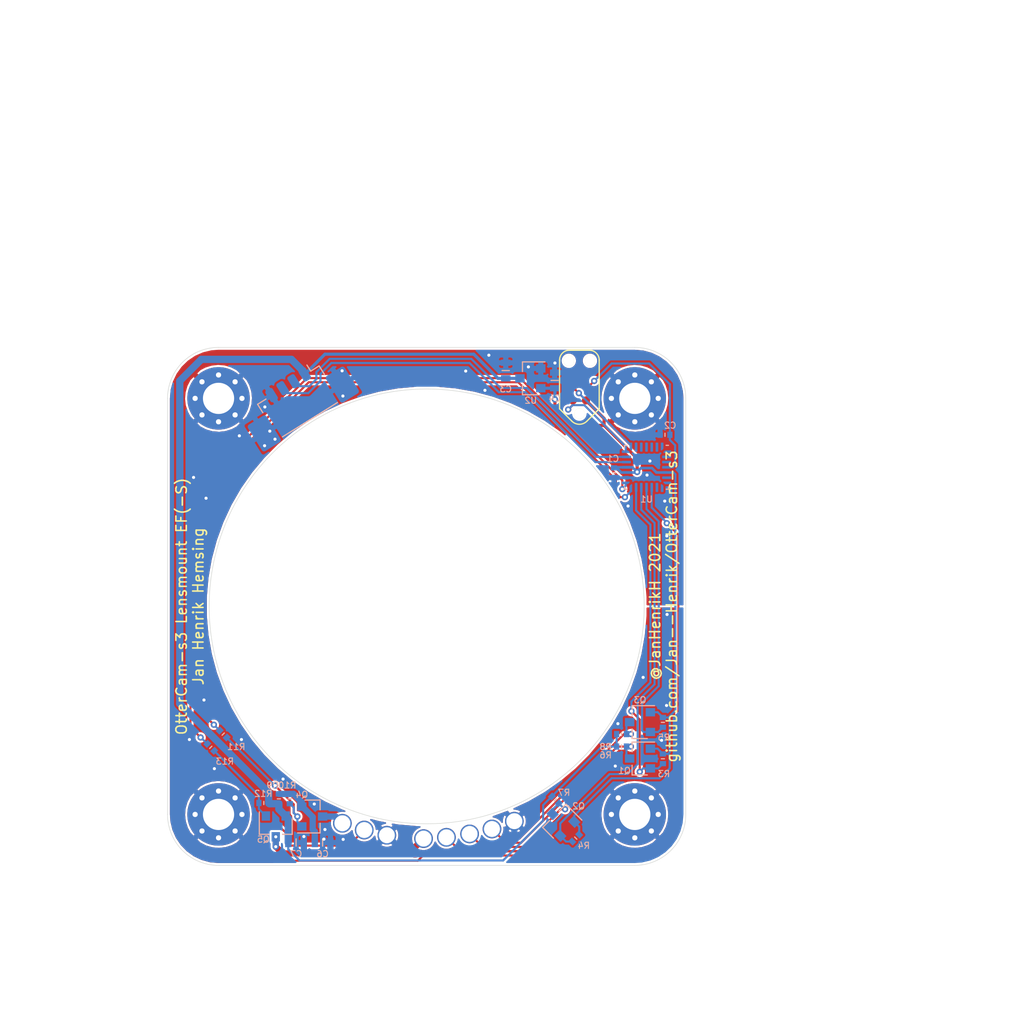
<source format=kicad_pcb>
(kicad_pcb (version 20171130) (host pcbnew 5.1.5+dfsg1-2build2)
  (layers (0 F.Cu signal) (31 B.Cu signal) (34 B.Paste user) (35 F.Paste user) (36 B.SilkS user) (37 F.SilkS user) (38 B.Mask user) (39 F.Mask user) (44 Edge.Cuts user))
  (net 0 "")
  (net 1 +BATT)
  (net 2 GND)
  (net 3 +3V3)
  (net 4 NRST)
  (net 5 VBUS)
  (net 6 DOUT_5V)
  (net 7 DIN_5V)
  (net 8 DCLK_5V)
  (net 9 "Net-(P1-Pad6)")
  (net 10 SWCLK)
  (net 11 SWDIO)
  (net 12 DIN_3V3)
  (net 13 DOUT_3V3)
  (net 14 DCLK_3V3)
  (net 15 "Net-(J1-Pad1)")
  (net 16 DETECT)
  (net 17 "Net-(J4-Pad1)")
  (net 18 "Net-(Q4-Pad1)")
  (net 19 "Net-(Q5-Pad1)")
  (net 20 EN_VBAT)
  (net 21 EN_VBUS)
  (net 22 "Net-(U1-Pad28)")
  (net 23 "Net-(U1-Pad27)")
  (net 24 "Net-(U1-Pad26)")
  (net 25 "Net-(U1-Pad25)")
  (net 26 "Net-(U1-Pad24)")
  (net 27 "Net-(U1-Pad23)")
  (net 28 "Net-(U1-Pad7)")
  (net 29 "Net-(U1-Pad6)")
  (net 30 "Net-(U1-Pad3)")
  (net 31 "Net-(U1-Pad2)")
  (net 32 "Net-(U1-Pad1)")
  (net 33 SCK)
  (net 34 SDA)
  (net 35 "Net-(U1-Pad9)")
  (net 36 "Net-(U1-Pad8)")
  (module Package_DFN_QFN:QFN-28_4x4mm_P0.5mm (layer B.Cu) (at 121.125 86.625 180)
    (fp_text reference U1 (at 0 -3.075) (layer B.SilkS) (effects (font (size 0.6 0.6) (thickness 0.1)) (justify mirror)))
    (fp_text value STM32F042G6Ux)
    (pad 28 smd custom (at -1.5 1.9975 180) (size 0.136863 0.136863) (layers B.Cu B.Paste B.Mask) (net 22 "Net-(U1-Pad28)") (options (clearance outline) (anchor circle)) (primitives (gr_poly (pts (xy -0.08 0.3325) (xy 0.08 0.3325) (xy 0.08 -0.3325) (xy 0.05364 -0.3325) (xy -0.08 -0.19886)) (width 0.09))))
    (pad 27 smd roundrect (at -1 1.9375 180) (size 0.25 0.875) (layers B.Cu B.Paste B.Mask) (net 23 "Net-(U1-Pad27)"))
    (pad 26 smd roundrect (at -0.5 1.9375 180) (size 0.25 0.875) (layers B.Cu B.Paste B.Mask) (net 24 "Net-(U1-Pad26)"))
    (pad 25 smd roundrect (at 0 1.9375 180) (size 0.25 0.875) (layers B.Cu B.Paste B.Mask) (net 25 "Net-(U1-Pad25)"))
    (pad 24 smd roundrect (at 0.5 1.9375 180) (size 0.25 0.875) (layers B.Cu B.Paste B.Mask) (net 26 "Net-(U1-Pad24)"))
    (pad 23 smd roundrect (at 1 1.9375 180) (size 0.25 0.875) (layers B.Cu B.Paste B.Mask) (net 27 "Net-(U1-Pad23)"))
    (pad 22 smd custom (at 1.5 1.9975 180) (size 0.136863 0.136863) (layers B.Cu B.Paste B.Mask) (net 10 SWCLK) (options (clearance outline) (anchor circle)) (primitives (gr_poly (pts (xy -0.08 0.3325) (xy 0.08 0.3325) (xy 0.08 -0.19886) (xy -0.05364 -0.3325) (xy -0.08 -0.3325)) (width 0.09))))
    (pad 21 smd custom (at 1.9975 1.5 180) (size 0.136863 0.136863) (layers B.Cu B.Paste B.Mask) (net 11 SWDIO) (options (clearance outline) (anchor circle)) (primitives (gr_poly (pts (xy -0.3325 -0.05364) (xy -0.19886 0.08) (xy 0.3325 0.08) (xy 0.3325 -0.08) (xy -0.3325 -0.08)) (width 0.09))))
    (pad 20 smd roundrect (at 1.9375 1 180) (size 0.875 0.25) (layers B.Cu B.Paste B.Mask) (net 34 SDA))
    (pad 19 smd roundrect (at 1.9375 0.5 180) (size 0.875 0.25) (layers B.Cu B.Paste B.Mask) (net 33 SCK))
    (pad 18 smd roundrect (at 1.9375 0 180) (size 0.875 0.25) (layers B.Cu B.Paste B.Mask) (net 3 +3V3))
    (pad 17 smd roundrect (at 1.9375 -0.5 180) (size 0.875 0.25) (layers B.Cu B.Paste B.Mask) (net 3 +3V3))
    (pad 16 smd roundrect (at 1.9375 -1 180) (size 0.875 0.25) (layers B.Cu B.Paste B.Mask) (net 2 GND))
    (pad 15 smd custom (at 1.9975 -1.5 180) (size 0.136863 0.136863) (layers B.Cu B.Paste B.Mask) (net 21 EN_VBUS) (options (clearance outline) (anchor circle)) (primitives (gr_poly (pts (xy -0.3325 0.08) (xy 0.3325 0.08) (xy 0.3325 -0.08) (xy -0.19886 -0.08) (xy -0.3325 0.05364)) (width 0.09))))
    (pad 14 smd custom (at 1.5 -1.9975 180) (size 0.136863 0.136863) (layers B.Cu B.Paste B.Mask) (net 20 EN_VBAT) (options (clearance outline) (anchor circle)) (primitives (gr_poly (pts (xy -0.08 0.3325) (xy -0.05364 0.3325) (xy 0.08 0.19886) (xy 0.08 -0.3325) (xy -0.08 -0.3325)) (width 0.09))))
    (pad 13 smd roundrect (at 1 -1.9375 180) (size 0.25 0.875) (layers B.Cu B.Paste B.Mask) (net 12 DIN_3V3))
    (pad 12 smd roundrect (at 0.5 -1.9375 180) (size 0.25 0.875) (layers B.Cu B.Paste B.Mask) (net 13 DOUT_3V3))
    (pad 11 smd roundrect (at 0 -1.9375 180) (size 0.25 0.875) (layers B.Cu B.Paste B.Mask) (net 14 DCLK_3V3))
    (pad 10 smd roundrect (at -0.5 -1.9375 180) (size 0.25 0.875) (layers B.Cu B.Paste B.Mask) (net 16 DETECT))
    (pad 9 smd roundrect (at -1 -1.9375 180) (size 0.25 0.875) (layers B.Cu B.Paste B.Mask) (net 35 "Net-(U1-Pad9)"))
    (pad 8 smd custom (at -1.5 -1.9975 180) (size 0.136863 0.136863) (layers B.Cu B.Paste B.Mask) (net 36 "Net-(U1-Pad8)") (options (clearance outline) (anchor circle)) (primitives (gr_poly (pts (xy -0.08 0.19886) (xy 0.05364 0.3325) (xy 0.08 0.3325) (xy 0.08 -0.3325) (xy -0.08 -0.3325)) (width 0.09))))
    (pad 7 smd custom (at -1.9975 -1.5 180) (size 0.136863 0.136863) (layers B.Cu B.Paste B.Mask) (net 28 "Net-(U1-Pad7)") (options (clearance outline) (anchor circle)) (primitives (gr_poly (pts (xy -0.3325 0.08) (xy 0.3325 0.08) (xy 0.3325 0.05364) (xy 0.19886 -0.08) (xy -0.3325 -0.08)) (width 0.09))))
    (pad 6 smd roundrect (at -1.9375 -1 180) (size 0.875 0.25) (layers B.Cu B.Paste B.Mask) (net 29 "Net-(U1-Pad6)"))
    (pad 5 smd roundrect (at -1.9375 -0.5 180) (size 0.875 0.25) (layers B.Cu B.Paste B.Mask) (net 3 +3V3))
    (pad 4 smd roundrect (at -1.9375 0 180) (size 0.875 0.25) (layers B.Cu B.Paste B.Mask) (net 4 NRST))
    (pad 3 smd roundrect (at -1.9375 0.5 180) (size 0.875 0.25) (layers B.Cu B.Paste B.Mask) (net 30 "Net-(U1-Pad3)"))
    (pad 2 smd roundrect (at -1.9375 1 180) (size 0.875 0.25) (layers B.Cu B.Paste B.Mask) (net 31 "Net-(U1-Pad2)"))
    (pad 1 smd custom (at -1.9975 1.5 180) (size 0.136863 0.136863) (layers B.Cu B.Paste B.Mask) (net 32 "Net-(U1-Pad1)") (options (clearance outline) (anchor circle)) (primitives (gr_poly (pts (xy -0.3325 0.08) (xy 0.19886 0.08) (xy 0.3325 -0.05364) (xy 0.3325 -0.08) (xy -0.3325 -0.08)) (width 0.09))))
  )
  (module MountingHole:MountingHole_3mm_Pad_Via (layer F.Cu) (at 120 120)
    (fp_text reference H4 hide)
    (fp_text value M3)
    (pad 1 thru_hole circle (at 1.59099 -1.59099) (size 0.8 0.8) (drill 0.5) (layers *.Cu *.Mask) (net 2 GND))
    (pad 1 thru_hole circle (at 0 -2.25) (size 0.8 0.8) (drill 0.5) (layers *.Cu *.Mask) (net 2 GND))
    (pad 1 thru_hole circle (at -1.59099 -1.59099) (size 0.8 0.8) (drill 0.5) (layers *.Cu *.Mask) (net 2 GND))
    (pad 1 thru_hole circle (at -2.25 0) (size 0.8 0.8) (drill 0.5) (layers *.Cu *.Mask) (net 2 GND))
    (pad 1 thru_hole circle (at -1.59099 1.59099) (size 0.8 0.8) (drill 0.5) (layers *.Cu *.Mask) (net 2 GND))
    (pad 1 thru_hole circle (at 0 2.25) (size 0.8 0.8) (drill 0.5) (layers *.Cu *.Mask) (net 2 GND))
    (pad 1 thru_hole circle (at 1.59099 1.59099) (size 0.8 0.8) (drill 0.5) (layers *.Cu *.Mask) (net 2 GND))
    (pad 1 thru_hole circle (at 2.25 0) (size 0.8 0.8) (drill 0.5) (layers *.Cu *.Mask) (net 2 GND))
    (pad 1 thru_hole circle (at 0 0) (size 6 6) (drill 3) (layers *.Cu *.Mask) (net 2 GND))
  )
  (module MountingHole:MountingHole_3mm_Pad_Via (layer F.Cu) (at 120 80)
    (fp_text reference H3 hide)
    (fp_text value M3)
    (pad 1 thru_hole circle (at 1.59099 -1.59099) (size 0.8 0.8) (drill 0.5) (layers *.Cu *.Mask) (net 2 GND))
    (pad 1 thru_hole circle (at 0 -2.25) (size 0.8 0.8) (drill 0.5) (layers *.Cu *.Mask) (net 2 GND))
    (pad 1 thru_hole circle (at -1.59099 -1.59099) (size 0.8 0.8) (drill 0.5) (layers *.Cu *.Mask) (net 2 GND))
    (pad 1 thru_hole circle (at -2.25 0) (size 0.8 0.8) (drill 0.5) (layers *.Cu *.Mask) (net 2 GND))
    (pad 1 thru_hole circle (at -1.59099 1.59099) (size 0.8 0.8) (drill 0.5) (layers *.Cu *.Mask) (net 2 GND))
    (pad 1 thru_hole circle (at 0 2.25) (size 0.8 0.8) (drill 0.5) (layers *.Cu *.Mask) (net 2 GND))
    (pad 1 thru_hole circle (at 1.59099 1.59099) (size 0.8 0.8) (drill 0.5) (layers *.Cu *.Mask) (net 2 GND))
    (pad 1 thru_hole circle (at 2.25 0) (size 0.8 0.8) (drill 0.5) (layers *.Cu *.Mask) (net 2 GND))
    (pad 1 thru_hole circle (at 0 0) (size 6 6) (drill 3) (layers *.Cu *.Mask) (net 2 GND))
  )
  (module MountingHole:MountingHole_3mm_Pad_Via (layer F.Cu) (at 80 120)
    (fp_text reference H2 hide)
    (fp_text value M3)
    (pad 1 thru_hole circle (at 1.59099 -1.59099) (size 0.8 0.8) (drill 0.5) (layers *.Cu *.Mask) (net 2 GND))
    (pad 1 thru_hole circle (at 0 -2.25) (size 0.8 0.8) (drill 0.5) (layers *.Cu *.Mask) (net 2 GND))
    (pad 1 thru_hole circle (at -1.59099 -1.59099) (size 0.8 0.8) (drill 0.5) (layers *.Cu *.Mask) (net 2 GND))
    (pad 1 thru_hole circle (at -2.25 0) (size 0.8 0.8) (drill 0.5) (layers *.Cu *.Mask) (net 2 GND))
    (pad 1 thru_hole circle (at -1.59099 1.59099) (size 0.8 0.8) (drill 0.5) (layers *.Cu *.Mask) (net 2 GND))
    (pad 1 thru_hole circle (at 0 2.25) (size 0.8 0.8) (drill 0.5) (layers *.Cu *.Mask) (net 2 GND))
    (pad 1 thru_hole circle (at 1.59099 1.59099) (size 0.8 0.8) (drill 0.5) (layers *.Cu *.Mask) (net 2 GND))
    (pad 1 thru_hole circle (at 2.25 0) (size 0.8 0.8) (drill 0.5) (layers *.Cu *.Mask) (net 2 GND))
    (pad 1 thru_hole circle (at 0 0) (size 6 6) (drill 3) (layers *.Cu *.Mask) (net 2 GND))
  )
  (module MountingHole:MountingHole_3mm_Pad_Via (layer F.Cu) (at 80 80)
    (fp_text reference H1 hide)
    (fp_text value M3)
    (pad 1 thru_hole circle (at 1.59099 -1.59099) (size 0.8 0.8) (drill 0.5) (layers *.Cu *.Mask) (net 2 GND))
    (pad 1 thru_hole circle (at 0 -2.25) (size 0.8 0.8) (drill 0.5) (layers *.Cu *.Mask) (net 2 GND))
    (pad 1 thru_hole circle (at -1.59099 -1.59099) (size 0.8 0.8) (drill 0.5) (layers *.Cu *.Mask) (net 2 GND))
    (pad 1 thru_hole circle (at -2.25 0) (size 0.8 0.8) (drill 0.5) (layers *.Cu *.Mask) (net 2 GND))
    (pad 1 thru_hole circle (at -1.59099 1.59099) (size 0.8 0.8) (drill 0.5) (layers *.Cu *.Mask) (net 2 GND))
    (pad 1 thru_hole circle (at 0 2.25) (size 0.8 0.8) (drill 0.5) (layers *.Cu *.Mask) (net 2 GND))
    (pad 1 thru_hole circle (at 1.59099 1.59099) (size 0.8 0.8) (drill 0.5) (layers *.Cu *.Mask) (net 2 GND))
    (pad 1 thru_hole circle (at 2.25 0) (size 0.8 0.8) (drill 0.5) (layers *.Cu *.Mask) (net 2 GND))
    (pad 1 thru_hole circle (at 0 0) (size 6 6) (drill 3) (layers *.Cu *.Mask) (net 2 GND))
  )
  (module Connector_Molex:Molex_PicoBlade_53398-0471_1x04-1MP_P1.25mm_Vertical (layer B.Cu) (at 87.35 79.75 212)
    (fp_text reference J10 hide)
    (fp_text value "Picoblade DNP")
    (pad MP smd roundrect (at 4.425 -1.5 212) (size 2.1 3) (layers B.Cu B.Paste B.Mask) (roundrect_rratio 0.119048) (net 2 GND))
    (pad MP smd roundrect (at -4.425 -1.5 212) (size 2.1 3) (layers B.Cu B.Paste B.Mask) (roundrect_rratio 0.119048) (net 2 GND))
    (pad 4 smd roundrect (at 1.875 1.25 212) (size 0.8 1.3) (layers B.Cu B.Paste B.Mask) (net 2 GND))
    (pad 3 smd roundrect (at 0.625 1.25 212) (size 0.8 1.3) (layers B.Cu B.Paste B.Mask) (net 33 SCK))
    (pad 2 smd roundrect (at -0.625 1.25 212) (size 0.8 1.3) (layers B.Cu B.Paste B.Mask) (net 34 SDA))
    (pad 1 smd roundrect (at -1.875 1.25 212) (size 0.8 1.3) (layers B.Cu B.Paste B.Mask) (net 5 VBUS))
  )
  (module otter:R_0402 (layer B.Cu) (at 79.25 113.55 135)
    (fp_text reference R13 (at -1.909188 0 180) (layer B.SilkS) (effects (font (size 0.6 0.6) (thickness 0.1)) (justify mirror)))
    (fp_text value 5k1 hide)
    (pad 2 smd rect (at 0.47 0 135) (size 0.5 0.6) (layers B.Cu B.Paste B.Mask) (net 21 EN_VBUS))
    (pad 1 smd rect (at -0.47 0 135) (size 0.5 0.6) (layers B.Cu B.Paste B.Mask) (net 19 "Net-(Q5-Pad1)"))
  )
  (module otter:R_0402 (layer B.Cu) (at 84.35 118.9 180)
    (fp_text reference R12 (at 0.05 0.9) (layer B.SilkS) (effects (font (size 0.6 0.6) (thickness 0.1)) (justify mirror)))
    (fp_text value 100k hide)
    (pad 2 smd rect (at 0.47 0 180) (size 0.5 0.6) (layers B.Cu B.Paste B.Mask) (net 19 "Net-(Q5-Pad1)"))
    (pad 1 smd rect (at -0.47 0 180) (size 0.5 0.6) (layers B.Cu B.Paste B.Mask) (net 5 VBUS))
  )
  (module otter:R_0402 (layer B.Cu) (at 80.45 112.275 135)
    (fp_text reference R11 (at -1.750089 0.017678) (layer B.SilkS) (effects (font (size 0.6 0.6) (thickness 0.1)) (justify mirror)))
    (fp_text value 5k1 hide)
    (pad 2 smd rect (at 0.47 0 135) (size 0.5 0.6) (layers B.Cu B.Paste B.Mask) (net 20 EN_VBAT))
    (pad 1 smd rect (at -0.47 0 135) (size 0.5 0.6) (layers B.Cu B.Paste B.Mask) (net 18 "Net-(Q4-Pad1)"))
  )
  (module otter:R_0402 (layer B.Cu) (at 86.85 118.5 270)
    (fp_text reference R10 (at -1.3 0.25 180) (layer B.SilkS) (effects (font (size 0.6 0.6) (thickness 0.1)) (justify mirror)))
    (fp_text value 100k hide)
    (pad 2 smd rect (at 0.47 0 270) (size 0.5 0.6) (layers B.Cu B.Paste B.Mask) (net 18 "Net-(Q4-Pad1)"))
    (pad 1 smd rect (at -0.47 0 270) (size 0.5 0.6) (layers B.Cu B.Paste B.Mask) (net 1 +BATT))
  )
  (module Package_TO_SOT_SMD:SOT-23 (layer B.Cu) (at 85.5 121.15 270)
    (fp_text reference Q5 (at 1.25 1.2 180) (layer B.SilkS) (effects (font (size 0.6 0.6) (thickness 0.1)) (justify mirror)))
    (fp_text value AO3401A)
    (pad 3 smd rect (at 1 0 270) (size 0.9 0.8) (layers B.Cu B.Paste B.Mask) (net 17 "Net-(J4-Pad1)"))
    (pad 2 smd rect (at -1 -0.95 270) (size 0.9 0.8) (layers B.Cu B.Paste B.Mask) (net 5 VBUS))
    (pad 1 smd rect (at -1 0.95 270) (size 0.9 0.8) (layers B.Cu B.Paste B.Mask) (net 19 "Net-(Q5-Pad1)"))
  )
  (module Package_TO_SOT_SMD:SOT-23 (layer B.Cu) (at 89 120.2)
    (fp_text reference Q4 (at -1 -2.1) (layer B.SilkS) (effects (font (size 0.6 0.6) (thickness 0.1)) (justify mirror)))
    (fp_text value AO3401A)
    (pad 3 smd rect (at 1 0) (size 0.9 0.8) (layers B.Cu B.Paste B.Mask) (net 15 "Net-(J1-Pad1)"))
    (pad 2 smd rect (at -1 -0.95) (size 0.9 0.8) (layers B.Cu B.Paste B.Mask) (net 1 +BATT))
    (pad 1 smd rect (at -1 0.95) (size 0.9 0.8) (layers B.Cu B.Paste B.Mask) (net 18 "Net-(Q4-Pad1)"))
  )
  (module Package_TO_SOT_SMD:SOT-23 (layer B.Cu) (at 109.965901 78.071967 180)
    (fp_text reference U2 (at -0.034099 -2.128033 180) (layer B.SilkS) (effects (font (size 0.6 0.6) (thickness 0.1)) (justify mirror)))
    (fp_text value XC6206PxxxMR)
    (pad 3 smd rect (at 1 0 180) (size 0.9 0.8) (layers B.Cu B.Paste B.Mask) (net 5 VBUS))
    (pad 2 smd rect (at -1 -0.95 180) (size 0.9 0.8) (layers B.Cu B.Paste B.Mask) (net 3 +3V3))
    (pad 1 smd rect (at -1 0.95 180) (size 0.9 0.8) (layers B.Cu B.Paste B.Mask) (net 2 GND))
  )
  (module otter:R_0402 (layer B.Cu) (at 85.8 118.5 270)
    (fp_text reference R9 (at -1.3 0.6) (layer B.SilkS) (effects (font (size 0.6 0.6) (thickness 0.1)) (justify mirror)))
    (fp_text value 0 hide)
    (pad 2 smd rect (at 0.47 0 270) (size 0.5 0.6) (layers B.Cu B.Paste B.Mask) (net 5 VBUS))
    (pad 1 smd rect (at -0.47 0 270) (size 0.5 0.6) (layers B.Cu B.Paste B.Mask) (net 1 +BATT))
  )
  (module otter:R_0402 (layer B.Cu) (at 118.725 112.275)
    (fp_text reference R8 (at -1.525 1.225 180) (layer B.SilkS) (effects (font (size 0.6 0.6) (thickness 0.1)) (justify mirror)))
    (fp_text value 5k1 hide)
    (pad 2 smd rect (at 0.47 0) (size 0.5 0.6) (layers B.Cu B.Paste B.Mask) (net 8 DCLK_5V))
    (pad 1 smd rect (at -0.47 0) (size 0.5 0.6) (layers B.Cu B.Paste B.Mask) (net 5 VBUS))
  )
  (module otter:R_0402 (layer B.Cu) (at 112.360355 118.602944 315)
    (fp_text reference R7 (at 0.096662 -1.090775 180) (layer B.SilkS) (effects (font (size 0.6 0.6) (thickness 0.1)) (justify mirror)))
    (fp_text value 5k1 hide)
    (pad 2 smd rect (at 0.47 0 315) (size 0.5 0.6) (layers B.Cu B.Paste B.Mask) (net 6 DOUT_5V))
    (pad 1 smd rect (at -0.47 0 315) (size 0.5 0.6) (layers B.Cu B.Paste B.Mask) (net 5 VBUS))
  )
  (module otter:R_0402 (layer B.Cu) (at 118.725 113.475)
    (fp_text reference R6 (at -1.525 0.825 180) (layer B.SilkS) (effects (font (size 0.6 0.6) (thickness 0.1)) (justify mirror)))
    (fp_text value 5k1 hide)
    (pad 2 smd rect (at 0.47 0) (size 0.5 0.6) (layers B.Cu B.Paste B.Mask) (net 7 DIN_5V))
    (pad 1 smd rect (at -0.47 0) (size 0.5 0.6) (layers B.Cu B.Paste B.Mask) (net 5 VBUS))
  )
  (module otter:R_0402 (layer B.Cu) (at 122.7 111.15 270)
    (fp_text reference R5 (at 1.45 -0.1 180) (layer B.SilkS) (effects (font (size 0.6 0.6) (thickness 0.1)) (justify mirror)))
    (fp_text value 5k1 hide)
    (pad 2 smd rect (at 0.47 0 270) (size 0.5 0.6) (layers B.Cu B.Paste B.Mask) (net 14 DCLK_3V3))
    (pad 1 smd rect (at -0.47 0 270) (size 0.5 0.6) (layers B.Cu B.Paste B.Mask) (net 3 +3V3))
  )
  (module otter:R_0402 (layer B.Cu) (at 114.325 122.275 225)
    (fp_text reference R4 (at -0.035355 -1.06066 180) (layer B.SilkS) (effects (font (size 0.6 0.6) (thickness 0.1)) (justify mirror)))
    (fp_text value 5k1 hide)
    (pad 2 smd rect (at 0.47 0 225) (size 0.5 0.6) (layers B.Cu B.Paste B.Mask) (net 13 DOUT_3V3))
    (pad 1 smd rect (at -0.47 0 225) (size 0.5 0.6) (layers B.Cu B.Paste B.Mask) (net 3 +3V3))
  )
  (module otter:R_0402 (layer B.Cu) (at 122.7 114.65 270)
    (fp_text reference R3 (at 1.45 -0.1 180) (layer B.SilkS) (effects (font (size 0.6 0.6) (thickness 0.1)) (justify mirror)))
    (fp_text value 5k1 hide)
    (pad 2 smd rect (at 0.47 0 270) (size 0.5 0.6) (layers B.Cu B.Paste B.Mask) (net 12 DIN_3V3))
    (pad 1 smd rect (at -0.47 0 270) (size 0.5 0.6) (layers B.Cu B.Paste B.Mask) (net 3 +3V3))
  )
  (module Package_TO_SOT_SMD:SOT-23 (layer B.Cu) (at 120.5 111.125 180)
    (fp_text reference Q3 (at 0 2.125 180) (layer B.SilkS) (effects (font (size 0.6 0.6) (thickness 0.1)) (justify mirror)))
    (fp_text value 2N7002)
    (pad 3 smd rect (at 1 0 180) (size 0.9 0.8) (layers B.Cu B.Paste B.Mask) (net 8 DCLK_5V))
    (pad 2 smd rect (at -1 -0.95 180) (size 0.9 0.8) (layers B.Cu B.Paste B.Mask) (net 14 DCLK_3V3))
    (pad 1 smd rect (at -1 0.95 180) (size 0.9 0.8) (layers B.Cu B.Paste B.Mask) (net 3 +3V3))
  )
  (module Package_TO_SOT_SMD:SOT-23 (layer B.Cu) (at 112.802297 120.671231 135)
    (fp_text reference Q2 (at -0.230851 2.311485 180) (layer B.SilkS) (effects (font (size 0.6 0.6) (thickness 0.1)) (justify mirror)))
    (fp_text value 2N7002)
    (pad 3 smd rect (at 1 0 135) (size 0.9 0.8) (layers B.Cu B.Paste B.Mask) (net 6 DOUT_5V))
    (pad 2 smd rect (at -1 -0.95 135) (size 0.9 0.8) (layers B.Cu B.Paste B.Mask) (net 13 DOUT_3V3))
    (pad 1 smd rect (at -1 0.95 135) (size 0.9 0.8) (layers B.Cu B.Paste B.Mask) (net 3 +3V3))
  )
  (module Package_TO_SOT_SMD:SOT-23 (layer B.Cu) (at 120.5 114.625 180)
    (fp_text reference Q1 (at 1.5 -1.175 180) (layer B.SilkS) (effects (font (size 0.6 0.6) (thickness 0.1)) (justify mirror)))
    (fp_text value 2N7002)
    (pad 3 smd rect (at 1 0 180) (size 0.9 0.8) (layers B.Cu B.Paste B.Mask) (net 7 DIN_5V))
    (pad 2 smd rect (at -1 -0.95 180) (size 0.9 0.8) (layers B.Cu B.Paste B.Mask) (net 12 DIN_3V3))
    (pad 1 smd rect (at -1 0.95 180) (size 0.9 0.8) (layers B.Cu B.Paste B.Mask) (net 3 +3V3))
  )
  (module otter:TC2030 (layer F.Cu) (at 114.675 78.925 90)
    (fp_text reference P1 hide)
    (fp_text value TC2030-CTX-Tag-Connect hide)
    (pad "" np_thru_hole circle (at 2.54 1.016 90) (size 0.98552 0.98552) (drill 0.98552) (layers *.Cu *.Mask F.SilkS))
    (pad "" np_thru_hole circle (at 2.54 -1.016 90) (size 0.98552 0.98552) (drill 0.98552) (layers *.Cu *.Mask F.SilkS))
    (pad "" np_thru_hole circle (at -2.54 0 90) (size 0.98806 0.98806) (drill 0.98806) (layers *.Cu *.Mask F.SilkS))
    (pad 6 connect circle (at 1.27 -0.635 90) (size 0.78486 0.78486) (layers F.Cu F.Mask) (net 9 "Net-(P1-Pad6)"))
    (pad 5 connect circle (at 1.27 0.635 90) (size 0.78486 0.78486) (layers F.Cu F.Mask) (net 2 GND))
    (pad 4 connect circle (at 0 -0.635 90) (size 0.78486 0.78486) (layers F.Cu F.Mask) (net 10 SWCLK))
    (pad 3 connect circle (at 0 0.635 90) (size 0.78486 0.78486) (layers F.Cu F.Mask) (net 4 NRST))
    (pad 2 connect circle (at -1.27 -0.635 90) (size 0.78486 0.78486) (layers F.Cu F.Mask) (net 11 SWDIO))
    (pad 1 connect circle (at -1.27 0.635 90) (size 0.78486 0.78486) (layers F.Cu F.Mask) (net 3 +3V3))
  )
  (module otter:C_0603 (layer B.Cu) (at 87.45 122.7)
    (fp_text reference C7 (at 0 1.1) (layer B.SilkS) (effects (font (size 0.6 0.6) (thickness 0.1)) (justify mirror)))
    (fp_text value 1u hide)
    (pad 2 smd rect (at 0.75 0) (size 0.6 0.9) (layers B.Cu B.Paste B.Mask) (net 2 GND))
    (pad 1 smd rect (at -0.75 0) (size 0.6 0.9) (layers B.Cu B.Paste B.Mask) (net 5 VBUS))
  )
  (module otter:C_0603 (layer B.Cu) (at 90 122.7)
    (fp_text reference C6 (at 0 1.1) (layer B.SilkS) (effects (font (size 0.6 0.6) (thickness 0.1)) (justify mirror)))
    (fp_text value 1u hide)
    (pad 2 smd rect (at 0.75 0) (size 0.6 0.9) (layers B.Cu B.Paste B.Mask) (net 2 GND))
    (pad 1 smd rect (at -0.75 0) (size 0.6 0.9) (layers B.Cu B.Paste B.Mask) (net 1 +BATT))
  )
  (module otter:C_0603 (layer B.Cu) (at 112.299353 78.275 90)
    (fp_text reference C4 (at -1.725 0.000647) (layer B.SilkS) (effects (font (size 0.6 0.6) (thickness 0.1)) (justify mirror)))
    (fp_text value 1u hide)
    (pad 2 smd rect (at 0.75 0 90) (size 0.6 0.9) (layers B.Cu B.Paste B.Mask) (net 2 GND))
    (pad 1 smd rect (at -0.75 0 90) (size 0.6 0.9) (layers B.Cu B.Paste B.Mask) (net 3 +3V3))
  )
  (module otter:C_0603 (layer B.Cu) (at 107.6 77.325 90)
    (fp_text reference C3 (at -1.775 0) (layer B.SilkS) (effects (font (size 0.6 0.6) (thickness 0.1)) (justify mirror)))
    (fp_text value 1u hide)
    (pad 2 smd rect (at 0.75 0 90) (size 0.6 0.9) (layers B.Cu B.Paste B.Mask) (net 2 GND))
    (pad 1 smd rect (at -0.75 0 90) (size 0.6 0.9) (layers B.Cu B.Paste B.Mask) (net 5 VBUS))
  )
  (module otter:C_0402 (layer B.Cu) (at 122.9 83.5 180)
    (fp_text reference C2 (at -0.5 0.9 180) (layer B.SilkS) (effects (font (size 0.6 0.6) (thickness 0.1)) (justify mirror)))
    (fp_text value 100n hide)
    (pad 2 smd rect (at 0.47 0 180) (size 0.5 0.6) (layers B.Cu B.Paste B.Mask) (net 2 GND))
    (pad 1 smd rect (at -0.47 0 180) (size 0.5 0.6) (layers B.Cu B.Paste B.Mask) (net 4 NRST))
  )
  (module otter:C_0402 (layer B.Cu) (at 118 87.15 270)
    (fp_text reference C1 (at -1.35 0.1 180) (layer B.SilkS) (effects (font (size 0.6 0.6) (thickness 0.1)) (justify mirror)))
    (fp_text value 100n hide)
    (pad 2 smd rect (at 0.47 0 270) (size 0.5 0.6) (layers B.Cu B.Paste B.Mask) (net 2 GND))
    (pad 1 smd rect (at -0.47 0 270) (size 0.5 0.6) (layers B.Cu B.Paste B.Mask) (net 3 +3V3))
  )
  (module otter:PH-MVF-5365 (layer F.Cu) (at 101.9 122.2)
    (fp_text reference J5 hide)
    (fp_text value DOUT hide)
    (pad 1 thru_hole circle (at 0 0) (size 1.8 1.8) (drill 1.53) (layers *.Cu *.Mask) (net 6 DOUT_5V))
  )
  (module otter:PH-MVF-5365 (layer F.Cu) (at 104.125 121.875)
    (fp_text reference J6 hide)
    (fp_text value DIN hide)
    (pad 1 thru_hole circle (at 0 0) (size 1.8 1.8) (drill 1.53) (layers *.Cu *.Mask) (net 7 DIN_5V))
  )
  (module otter:PH-MVF-5365 (layer F.Cu) (at 99.7 122.325)
    (fp_text reference J4 hide)
    (fp_text value VDD hide)
    (pad 1 thru_hole circle (at 0 0) (size 1.8 1.8) (drill 1.53) (layers *.Cu *.Mask) (net 17 "Net-(J4-Pad1)"))
  )
  (module otter:PH-MVF-5365 (layer F.Cu) (at 106.275 121.4)
    (fp_text reference J7 hide)
    (fp_text value DCLK hide)
    (pad 1 thru_hole circle (at 0 0) (size 1.8 1.8) (drill 1.53) (layers *.Cu *.Mask) (net 8 DCLK_5V))
  )
  (module otter:PH-MVF-5365 (layer F.Cu) (at 96.175 122)
    (fp_text reference J3 hide)
    (fp_text value AGND hide)
    (pad 1 thru_hole circle (at 0 0) (size 1.8 1.8) (drill 1.53) (layers *.Cu *.Mask) (net 2 GND))
  )
  (module otter:PH-MVF-5365 (layer F.Cu) (at 108.425 120.65)
    (fp_text reference J8 hide)
    (fp_text value DGND hide)
    (pad 1 thru_hole circle (at 0 0) (size 1.8 1.8) (drill 1.53) (layers *.Cu *.Mask) (net 2 GND))
  )
  (module otter:PH-MVF-5365 (layer F.Cu) (at 94 121.5)
    (fp_text reference J2 hide)
    (fp_text value DETECT hide)
    (pad 1 thru_hole circle (at 0 0) (size 1.8 1.8) (drill 1.53) (layers *.Cu *.Mask) (net 16 DETECT))
  )
  (module otter:PH-MVF-5365 (layer F.Cu) (at 91.9 120.85)
    (fp_text reference J1 hide)
    (fp_text value VBAT hide)
    (pad 1 thru_hole circle (at 0 0) (size 1.8 1.8) (drill 1.53) (layers *.Cu *.Mask) (net 15 "Net-(J1-Pad1)"))
  )
  (module otter:canon_lens (layer F.Cu) (at 100 100)
    (fp_text reference G*** hide)
    (fp_text value LOGO hide)
  )
  (gr_text "@JanHenrikH 2021\ngithub.com/Jan--Henrik/OtterCam-s3" (at 122.75 100 90) (layer F.SilkS) (effects (font (size 1 1))))
  (gr_text "OtterCam-s3 Lensmount EF(-S)\nJan Henrik Hemsing\n" (at 77.25 100 90) (layer F.SilkS) (effects (font (size 1 1))))
  (gr_arc (start 80.000001 120) (end 75.1 120) (angle -90) (layer Edge.Cuts) (width 0.05))
  (gr_arc (start 120 120) (end 120 124.9) (angle -90) (layer Edge.Cuts) (width 0.05))
  (gr_line (start 120 124.9) (end 80 124.9) (layer Edge.Cuts) (width 0.05))
  (gr_line (start 124.9 80) (end 124.9 120) (layer Edge.Cuts) (width 0.05))
  (gr_line (start 75.1 80) (end 75.1 120) (layer Edge.Cuts) (width 0.05))
  (gr_arc (start 80 80) (end 80 75.1) (angle -90) (layer Edge.Cuts) (width 0.05))
  (gr_arc (start 120 80) (end 124.9 80) (angle -90) (layer Edge.Cuts) (width 0.05))
  (gr_line (start 80 75.1) (end 120 75.1) (layer Edge.Cuts) (width 0.05))
  (gr_circle (center 100 100) (end 120.9 100) (layer Edge.Cuts) (width 0.05))
  (segment (start 85.8 118.03) (end 86.85 118.03) (width 0.6) (layer B.Cu) (net 1))
  (segment (start 88 118.825) (end 88 119.25) (width 0.6) (layer B.Cu) (net 1))
  (segment (start 87.205 118.03) (end 88 118.825) (width 0.6) (layer B.Cu) (net 1))
  (segment (start 86.85 118.03) (end 87.205 118.03) (width 0.6) (layer B.Cu) (net 1))
  (segment (start 88.05 119.25) (end 88 119.25) (width 0.6) (layer B.Cu) (net 1))
  (segment (start 89.05 120.25) (end 88.05 119.25) (width 0.6) (layer B.Cu) (net 1))
  (segment (start 89.049999 121.449999) (end 89.05 120.25) (width 0.6) (layer B.Cu) (net 1))
  (segment (start 89.25 121.65) (end 89.049999 121.449999) (width 0.6) (layer B.Cu) (net 1))
  (segment (start 89.25 122.7) (end 89.25 121.65) (width 0.6) (layer B.Cu) (net 1))
  (via (at 91.875 77.35) (size 0.6) (drill 0.3) (layers F.Cu B.Cu) (net 2))
  (via (at 91.95 79.775) (size 0.6) (drill 0.3) (layers F.Cu B.Cu) (net 2))
  (via (at 85.425 83.925) (size 0.6) (drill 0.3) (layers F.Cu B.Cu) (net 2))
  (via (at 84.425 84.55) (size 0.6) (drill 0.3) (layers F.Cu B.Cu) (net 2))
  (via (at 84.925 83.15) (size 0.6) (drill 0.3) (layers F.Cu B.Cu) (net 2))
  (segment (start 118.005 87.625) (end 118 87.62) (width 0.2) (layer B.Cu) (net 2))
  (segment (start 119.1875 87.625) (end 118.005 87.625) (width 0.2) (layer B.Cu) (net 2))
  (segment (start 97.074999 122.899999) (end 96.175 122) (width 0.6) (layer B.Cu) (net 2))
  (segment (start 97.900001 123.725001) (end 97.074999 122.899999) (width 0.6) (layer B.Cu) (net 2))
  (segment (start 106.622791 123.725001) (end 97.900001 123.725001) (width 0.6) (layer B.Cu) (net 2))
  (segment (start 108.425 121.922792) (end 106.622791 123.725001) (width 0.6) (layer B.Cu) (net 2))
  (segment (start 108.425 120.65) (end 108.425 121.922792) (width 0.6) (layer B.Cu) (net 2))
  (segment (start 90.75 122.7) (end 90.75 122.85) (width 0.6) (layer B.Cu) (net 2))
  (segment (start 90.75 123.75) (end 90.75 122.85) (width 0.6) (layer B.Cu) (net 2))
  (segment (start 94.425 123.75) (end 90.75 123.75) (width 0.6) (layer B.Cu) (net 2))
  (segment (start 96.175 122) (end 94.425 123.75) (width 0.6) (layer B.Cu) (net 2))
  (segment (start 88.2 123.75) (end 88.2 122.125) (width 0.6) (layer B.Cu) (net 2))
  (segment (start 90.75 123.75) (end 88.2 123.75) (width 0.6) (layer B.Cu) (net 2))
  (via (at 90.225 121.45) (size 0.6) (drill 0.3) (layers F.Cu B.Cu) (net 2))
  (via (at 91.975 122.4) (size 0.6) (drill 0.3) (layers F.Cu B.Cu) (net 2))
  (segment (start 88.2 122.125) (end 88.2 122.7) (width 0.6) (layer B.Cu) (net 2))
  (via (at 88.2 122.125) (size 0.6) (drill 0.3) (layers F.Cu B.Cu) (net 2))
  (via (at 90.125 122.375) (size 0.6) (drill 0.3) (layers F.Cu B.Cu) (net 2))
  (via (at 84.45 80.825) (size 0.6) (drill 0.3) (layers F.Cu B.Cu) (net 2))
  (via (at 103.75 77.375) (size 0.6) (drill 0.3) (layers F.Cu B.Cu) (net 2))
  (via (at 105.975 75.85) (size 0.6) (drill 0.3) (layers F.Cu B.Cu) (net 2))
  (via (at 105.6 79.225) (size 0.6) (drill 0.3) (layers F.Cu B.Cu) (net 2))
  (via (at 109.775 76.975) (size 0.6) (drill 0.3) (layers F.Cu B.Cu) (net 2))
  (via (at 112.325 76.6) (size 0.6) (drill 0.3) (layers F.Cu B.Cu) (net 2))
  (via (at 119.35 90.35) (size 0.6) (drill 0.3) (layers F.Cu B.Cu) (net 2))
  (via (at 121.175 87.375) (size 0.6) (drill 0.3) (layers F.Cu B.Cu) (net 2))
  (segment (start 120.775 87.775) (end 121.175 87.375) (width 0.2) (layer B.Cu) (net 2))
  (segment (start 119.775 87.775) (end 120.775 87.775) (width 0.2) (layer B.Cu) (net 2))
  (segment (start 119.625 87.625) (end 119.775 87.775) (width 0.2) (layer B.Cu) (net 2))
  (segment (start 119.1875 87.625) (end 119.625 87.625) (width 0.2) (layer B.Cu) (net 2))
  (segment (start 118 88.739956) (end 118.37377 89.37377) (width 0.2) (layer B.Cu) (net 2))
  (segment (start 118 87.62) (end 118 88.739956) (width 0.2) (layer B.Cu) (net 2))
  (via (at 121.45 86.025) (size 0.6) (drill 0.3) (layers F.Cu B.Cu) (net 2))
  (via (at 122.875 89.875) (size 0.6) (drill 0.3) (layers F.Cu B.Cu) (net 2))
  (via (at 123.075 93.225) (size 0.6) (drill 0.3) (layers F.Cu B.Cu) (net 2))
  (via (at 123.1 100.775) (size 0.6) (drill 0.3) (layers F.Cu B.Cu) (net 2))
  (via (at 120.8 106.825) (size 0.6) (drill 0.3) (layers F.Cu B.Cu) (net 2))
  (via (at 123.05 109.525) (size 0.6) (drill 0.3) (layers F.Cu B.Cu) (net 2))
  (via (at 122.575 112.875) (size 0.6) (drill 0.3) (layers F.Cu B.Cu) (net 2))
  (via (at 118.125 115.35) (size 0.6) (drill 0.3) (layers F.Cu B.Cu) (net 2))
  (via (at 118.375 111.275) (size 0.6) (drill 0.3) (layers F.Cu B.Cu) (net 2))
  (via (at 77.6 87.6) (size 0.6) (drill 0.3) (layers F.Cu B.Cu) (net 2))
  (via (at 78.8 89.6) (size 0.6) (drill 0.3) (layers F.Cu B.Cu) (net 2))
  (via (at 82 83.6) (size 0.6) (drill 0.3) (layers F.Cu B.Cu) (net 2))
  (via (at 78.6 109) (size 0.6) (drill 0.3) (layers F.Cu B.Cu) (net 2))
  (via (at 77.2 112.8) (size 0.6) (drill 0.3) (layers F.Cu B.Cu) (net 2))
  (via (at 79.6 115.6) (size 0.6) (drill 0.3) (layers F.Cu B.Cu) (net 2))
  (via (at 82.2 112.8) (size 0.6) (drill 0.3) (layers F.Cu B.Cu) (net 2))
  (via (at 86.2 116.6) (size 0.6) (drill 0.3) (layers F.Cu B.Cu) (net 2))
  (via (at 89.2 119) (size 0.6) (drill 0.3) (layers F.Cu B.Cu) (net 2))
  (segment (start 112.29632 79.021967) (end 112.299353 79.025) (width 0.3) (layer B.Cu) (net 3))
  (segment (start 110.965901 79.021967) (end 112.29632 79.021967) (width 0.3) (layer B.Cu) (net 3))
  (via (at 112.325 80.1) (size 0.6) (drill 0.3) (layers F.Cu B.Cu) (net 3))
  (segment (start 112.325 79.050647) (end 112.299353 79.025) (width 0.3) (layer B.Cu) (net 3))
  (segment (start 112.325 80.1) (end 112.325 79.050647) (width 0.3) (layer B.Cu) (net 3))
  (segment (start 112.325 80.725) (end 112.325 80.1) (width 0.3) (layer F.Cu) (net 3))
  (segment (start 117.05 82.6) (end 114.2 82.6) (width 0.3) (layer F.Cu) (net 3))
  (segment (start 114.2 82.6) (end 112.325 80.725) (width 0.3) (layer F.Cu) (net 3))
  (segment (start 119.1875 87.125) (end 119.2125 87.1) (width 0.2) (layer B.Cu) (net 3))
  (segment (start 118.055 86.625) (end 118 86.68) (width 0.25) (layer B.Cu) (net 3))
  (segment (start 119.1875 86.625) (end 118.055 86.625) (width 0.25) (layer B.Cu) (net 3))
  (segment (start 118.255 86.68) (end 118 86.68) (width 0.25) (layer B.Cu) (net 3))
  (segment (start 118.7 87.125) (end 118.255 86.68) (width 0.25) (layer B.Cu) (net 3))
  (segment (start 119.1875 87.125) (end 118.7 87.125) (width 0.25) (layer B.Cu) (net 3))
  (segment (start 117.05 81.935) (end 115.31 80.195) (width 0.3) (layer F.Cu) (net 3))
  (segment (start 117.05 82.6) (end 117.05 81.935) (width 0.3) (layer F.Cu) (net 3))
  (segment (start 114.65734 121.182771) (end 114.181155 120.706586) (width 0.2) (layer B.Cu) (net 3))
  (segment (start 114.65734 121.94266) (end 114.65734 121.182771) (width 0.2) (layer B.Cu) (net 3))
  (segment (start 122.195 110.175) (end 122.7 110.68) (width 0.2) (layer B.Cu) (net 3))
  (segment (start 121.5 110.175) (end 122.195 110.175) (width 0.2) (layer B.Cu) (net 3))
  (segment (start 122.195 113.675) (end 122.7 114.18) (width 0.2) (layer B.Cu) (net 3))
  (segment (start 121.5 113.675) (end 122.195 113.675) (width 0.2) (layer B.Cu) (net 3))
  (segment (start 123.2 114.18) (end 122.7 114.18) (width 0.2) (layer B.Cu) (net 3))
  (segment (start 122.7 110.68) (end 123.2 110.68) (width 0.2) (layer B.Cu) (net 3))
  (segment (start 123.5 87.125) (end 123.0625 87.125) (width 0.2) (layer B.Cu) (net 3))
  (segment (start 123.725 87.125) (end 123.5 87.125) (width 0.2) (layer B.Cu) (net 3))
  (segment (start 123.9 87.3) (end 123.725 87.125) (width 0.2) (layer B.Cu) (net 3))
  (segment (start 123.9 110) (end 123.9 87.3) (width 0.2) (layer B.Cu) (net 3))
  (segment (start 123.22 110.68) (end 123.9 110) (width 0.2) (layer B.Cu) (net 3))
  (segment (start 123.2 110.68) (end 123.22 110.68) (width 0.2) (layer B.Cu) (net 3))
  (segment (start 123.35 114.03) (end 123.2 114.18) (width 0.2) (layer B.Cu) (net 3))
  (segment (start 123.35 110.83) (end 123.35 114.03) (width 0.2) (layer B.Cu) (net 3))
  (segment (start 123.2 110.68) (end 123.35 110.83) (width 0.2) (layer B.Cu) (net 3))
  (segment (start 123.35 114.33) (end 123.2 114.18) (width 0.2) (layer B.Cu) (net 3))
  (segment (start 123.35 115.560002) (end 123.35 114.33) (width 0.2) (layer B.Cu) (net 3))
  (segment (start 122.385002 116.525) (end 123.35 115.560002) (width 0.2) (layer B.Cu) (net 3))
  (segment (start 114.181155 120.118845) (end 117.775 116.525) (width 0.2) (layer B.Cu) (net 3))
  (segment (start 117.775 116.525) (end 122.385002 116.525) (width 0.2) (layer B.Cu) (net 3))
  (segment (start 114.181155 120.706586) (end 114.181155 120.118845) (width 0.2) (layer B.Cu) (net 3))
  (segment (start 120.524999 86.77499) (end 120.225 87.074989) (width 0.25) (layer B.Cu) (net 3))
  (segment (start 119.775011 86.625) (end 120.225 87.074989) (width 0.25) (layer B.Cu) (net 3))
  (segment (start 120.599989 86.7) (end 120.524999 86.77499) (width 0.25) (layer B.Cu) (net 3))
  (segment (start 119.1875 86.625) (end 119.775011 86.625) (width 0.25) (layer B.Cu) (net 3))
  (segment (start 122.075 87.125) (end 121.65 86.7) (width 0.25) (layer B.Cu) (net 3))
  (segment (start 123.0625 87.125) (end 122.075 87.125) (width 0.25) (layer B.Cu) (net 3))
  (segment (start 120.225 86.650725) (end 120.225 87.074989) (width 0.3) (layer F.Cu) (net 3))
  (segment (start 119.1875 87.125) (end 120.174989 87.125) (width 0.25) (layer B.Cu) (net 3))
  (segment (start 117.05 82.6) (end 120.225 85.775) (width 0.3) (layer F.Cu) (net 3))
  (segment (start 120.174989 87.125) (end 120.225 87.074989) (width 0.25) (layer B.Cu) (net 3))
  (segment (start 120.225 85.775) (end 120.225 86.650725) (width 0.3) (layer F.Cu) (net 3))
  (segment (start 121.65 86.7) (end 120.599989 86.7) (width 0.25) (layer B.Cu) (net 3))
  (via (at 120.225 87.074989) (size 0.6) (drill 0.3) (layers F.Cu B.Cu) (net 3))
  (segment (start 123.37 84) (end 123.37 83.5) (width 0.2) (layer B.Cu) (net 4))
  (segment (start 123.875 84.505) (end 123.37 84) (width 0.2) (layer B.Cu) (net 4))
  (segment (start 123.875 86.4) (end 123.875 84.505) (width 0.2) (layer B.Cu) (net 4))
  (segment (start 123.65 86.625) (end 123.875 86.4) (width 0.2) (layer B.Cu) (net 4))
  (segment (start 123.0625 86.625) (end 123.65 86.625) (width 0.2) (layer B.Cu) (net 4))
  (via (at 116.1 78.325) (size 0.6) (drill 0.3) (layers F.Cu B.Cu) (net 4))
  (segment (start 115.5 78.925) (end 116.1 78.325) (width 0.2) (layer F.Cu) (net 4))
  (segment (start 115.31 78.925) (end 115.5 78.925) (width 0.2) (layer F.Cu) (net 4))
  (segment (start 123.37 82.43) (end 123.37 83.5) (width 0.2) (layer B.Cu) (net 4))
  (segment (start 123.37 78.645) (end 123.37 82.43) (width 0.2) (layer B.Cu) (net 4))
  (segment (start 121.375 76.65) (end 123.37 78.645) (width 0.2) (layer B.Cu) (net 4))
  (segment (start 117.775 76.65) (end 121.375 76.65) (width 0.2) (layer B.Cu) (net 4))
  (segment (start 116.1 78.325) (end 117.775 76.65) (width 0.2) (layer B.Cu) (net 4))
  (segment (start 84.89 118.97) (end 84.82 118.9) (width 0.7) (layer B.Cu) (net 5))
  (segment (start 85.8 118.97) (end 84.89 118.97) (width 0.7) (layer B.Cu) (net 5))
  (segment (start 85.8 119.5) (end 85.8 118.97) (width 0.7) (layer B.Cu) (net 5))
  (segment (start 86.45 120.15) (end 85.8 119.5) (width 0.7) (layer B.Cu) (net 5))
  (segment (start 84.82 117.895) (end 84.82 118.9) (width 0.7) (layer B.Cu) (net 5))
  (segment (start 76.274992 109.349992) (end 84.82 117.895) (width 0.7) (layer B.Cu) (net 5))
  (segment (start 76.274992 78.325008) (end 76.274992 109.349992) (width 0.7) (layer B.Cu) (net 5))
  (segment (start 78.35 76.25) (end 76.274992 78.325008) (width 0.7) (layer B.Cu) (net 5))
  (segment (start 87 76.25) (end 78.35 76.25) (width 0.7) (layer B.Cu) (net 5))
  (segment (start 88.1 77.35) (end 87 76.25) (width 0.7) (layer B.Cu) (net 5))
  (segment (start 88.1 77.51865) (end 88.1 77.35) (width 0.7) (layer B.Cu) (net 5))
  (segment (start 88.277691 77.696341) (end 88.1 77.51865) (width 0.7) (layer B.Cu) (net 5))
  (segment (start 108.962868 78.075) (end 108.965901 78.071967) (width 0.3) (layer B.Cu) (net 5))
  (segment (start 107.6 78.075) (end 108.962868 78.075) (width 0.3) (layer B.Cu) (net 5))
  (segment (start 90.224054 75.749978) (end 104.524978 75.749978) (width 0.3) (layer B.Cu) (net 5))
  (segment (start 88.277691 77.696341) (end 90.224054 75.749978) (width 0.3) (layer B.Cu) (net 5))
  (segment (start 104.524978 75.749978) (end 106.85 78.075) (width 0.3) (layer B.Cu) (net 5))
  (segment (start 106.85 78.075) (end 107.6 78.075) (width 0.3) (layer B.Cu) (net 5))
  (segment (start 86.7 120.4) (end 86.45 120.15) (width 0.7) (layer B.Cu) (net 5))
  (segment (start 86.7 122.7) (end 86.7 120.4) (width 0.7) (layer B.Cu) (net 5))
  (segment (start 118.255 112.275) (end 118.255 113.475) (width 0.2) (layer B.Cu) (net 5))
  (segment (start 116.823619 113.475) (end 118.255 113.475) (width 0.2) (layer B.Cu) (net 5))
  (segment (start 112.028015 118.270604) (end 116.823619 113.475) (width 0.2) (layer B.Cu) (net 5))
  (segment (start 111.194139 119.10448) (end 111.194139 120.580861) (width 0.2) (layer B.Cu) (net 5))
  (segment (start 112.028015 118.270604) (end 111.194139 119.10448) (width 0.2) (layer B.Cu) (net 5))
  (segment (start 111.194139 120.580861) (end 107.35 124.425) (width 0.2) (layer B.Cu) (net 5))
  (segment (start 86.7 123.35) (end 86.7 122.7) (width 0.2) (layer B.Cu) (net 5))
  (segment (start 107.35 124.425) (end 87.775 124.425) (width 0.2) (layer B.Cu) (net 5))
  (segment (start 87.775 124.425) (end 86.7 123.35) (width 0.2) (layer B.Cu) (net 5))
  (segment (start 112.09519 119.532789) (end 112.692695 118.935284) (width 0.2) (layer B.Cu) (net 6))
  (segment (start 112.09519 119.964124) (end 112.09519 119.532789) (width 0.2) (layer B.Cu) (net 6))
  (segment (start 112.692695 118.935284) (end 113.257411 119.5) (width 0.2) (layer B.Cu) (net 6))
  (segment (start 113.257411 119.5) (end 113.3 119.5) (width 0.2) (layer B.Cu) (net 6))
  (via (at 113.3 119.5) (size 0.6) (drill 0.3) (layers F.Cu B.Cu) (net 6))
  (segment (start 112.875 119.5) (end 113.3 119.5) (width 0.2) (layer F.Cu) (net 6))
  (segment (start 109.25 123.125) (end 112.875 119.5) (width 0.2) (layer F.Cu) (net 6))
  (segment (start 102.825 123.125) (end 109.25 123.125) (width 0.2) (layer F.Cu) (net 6))
  (segment (start 101.9 122.2) (end 102.825 123.125) (width 0.2) (layer F.Cu) (net 6))
  (segment (start 119.195 114.32) (end 119.5 114.625) (width 0.2) (layer B.Cu) (net 7))
  (segment (start 119.195 113.475) (end 119.195 114.32) (width 0.2) (layer B.Cu) (net 7))
  (via (at 119.625 113.475) (size 0.6) (drill 0.3) (layers F.Cu B.Cu) (net 7))
  (segment (start 119.195 113.475) (end 119.625 113.475) (width 0.2) (layer B.Cu) (net 7))
  (segment (start 104.125 121.875) (end 104.974989 122.724989) (width 0.2) (layer F.Cu) (net 7))
  (segment (start 104.974989 122.724989) (end 109.075011 122.724989) (width 0.2) (layer F.Cu) (net 7))
  (segment (start 109.075011 122.724989) (end 118.325 113.475) (width 0.2) (layer F.Cu) (net 7))
  (segment (start 118.325 113.475) (end 119.200736 113.475) (width 0.2) (layer F.Cu) (net 7))
  (segment (start 119.200736 113.475) (end 119.625 113.475) (width 0.2) (layer F.Cu) (net 7))
  (segment (start 119.195 111.43) (end 119.5 111.125) (width 0.2) (layer B.Cu) (net 8))
  (segment (start 119.195 112.275) (end 119.195 111.43) (width 0.2) (layer B.Cu) (net 8))
  (segment (start 119.200736 112.275) (end 119.625 112.275) (width 0.2) (layer F.Cu) (net 8))
  (segment (start 118.9593 112.275) (end 119.200736 112.275) (width 0.2) (layer F.Cu) (net 8))
  (segment (start 108.934301 122.299999) (end 118.9593 112.275) (width 0.2) (layer F.Cu) (net 8))
  (segment (start 107.174999 122.299999) (end 108.934301 122.299999) (width 0.2) (layer F.Cu) (net 8))
  (segment (start 106.275 121.4) (end 107.174999 122.299999) (width 0.2) (layer F.Cu) (net 8))
  (via (at 119.625 112.275) (size 0.6) (drill 0.3) (layers F.Cu B.Cu) (net 8))
  (segment (start 119.195 112.275) (end 119.625 112.275) (width 0.2) (layer B.Cu) (net 8))
  (via (at 114.624415 79.496321) (size 0.6) (drill 0.3) (layers F.Cu B.Cu) (net 10))
  (segment (start 114.611321 79.496321) (end 114.04 78.925) (width 0.2) (layer F.Cu) (net 10))
  (segment (start 114.624415 79.496321) (end 114.611321 79.496321) (width 0.2) (layer F.Cu) (net 10))
  (segment (start 114.624415 79.499415) (end 114.624415 79.496321) (width 0.2) (layer B.Cu) (net 10))
  (segment (start 119.625 84.5) (end 114.624415 79.499415) (width 0.2) (layer B.Cu) (net 10))
  (segment (start 119.625 84.6275) (end 119.625 84.5) (width 0.2) (layer B.Cu) (net 10))
  (via (at 113.6 81.075) (size 0.6) (drill 0.3) (layers F.Cu B.Cu) (net 11))
  (segment (start 114.04 80.635) (end 114.04 80.195) (width 0.2) (layer F.Cu) (net 11))
  (segment (start 113.6 81.075) (end 114.04 80.635) (width 0.2) (layer F.Cu) (net 11))
  (segment (start 114.025 80.65) (end 113.6 81.075) (width 0.2) (layer B.Cu) (net 11))
  (segment (start 115.15 80.65) (end 114.025 80.65) (width 0.2) (layer B.Cu) (net 11))
  (segment (start 119.1275 84.6275) (end 115.15 80.65) (width 0.2) (layer B.Cu) (net 11))
  (segment (start 119.1275 85.125) (end 119.1275 84.6275) (width 0.2) (layer B.Cu) (net 11))
  (segment (start 122.245 115.575) (end 122.7 115.12) (width 0.2) (layer B.Cu) (net 12))
  (segment (start 121.5 115.575) (end 122.245 115.575) (width 0.2) (layer B.Cu) (net 12))
  (via (at 119.67499 110.075) (size 0.6) (drill 0.3) (layers F.Cu B.Cu) (net 12))
  (segment (start 120.475 115.475736) (end 120.475 115.9) (width 0.2) (layer F.Cu) (net 12))
  (segment (start 119.67499 110.075) (end 120.475 110.87501) (width 0.2) (layer F.Cu) (net 12))
  (segment (start 121.5 115.575) (end 120.8 115.575) (width 0.2) (layer B.Cu) (net 12))
  (segment (start 120.475 110.87501) (end 120.475 115.475736) (width 0.2) (layer F.Cu) (net 12))
  (segment (start 120.8 115.575) (end 120.475 115.9) (width 0.2) (layer B.Cu) (net 12))
  (via (at 120.475 115.9) (size 0.6) (drill 0.3) (layers F.Cu B.Cu) (net 12))
  (segment (start 119.67499 109.14361) (end 119.67499 109.650736) (width 0.2) (layer B.Cu) (net 12))
  (segment (start 121.5 92.15) (end 121.5 107.3186) (width 0.2) (layer B.Cu) (net 12))
  (segment (start 119.67499 109.650736) (end 119.67499 110.075) (width 0.2) (layer B.Cu) (net 12))
  (segment (start 120.125 90.775) (end 121.5 92.15) (width 0.2) (layer B.Cu) (net 12))
  (segment (start 121.5 107.3186) (end 119.67499 109.14361) (width 0.2) (layer B.Cu) (net 12))
  (segment (start 120.125 88.5625) (end 120.125 90.775) (width 0.2) (layer B.Cu) (net 12))
  (segment (start 113.394903 122.60734) (end 112.837652 122.050089) (width 0.2) (layer B.Cu) (net 13))
  (segment (start 113.99266 122.60734) (end 113.394903 122.60734) (width 0.2) (layer B.Cu) (net 13))
  (segment (start 120.625 89) (end 120.625 88.5625) (width 0.2) (layer B.Cu) (net 13))
  (segment (start 120.625 90.7093) (end 120.625 89) (width 0.2) (layer B.Cu) (net 13))
  (segment (start 121.900011 107.484289) (end 121.900011 91.984311) (width 0.2) (layer B.Cu) (net 13))
  (segment (start 120.275 109.1093) (end 121.900011 107.484289) (width 0.2) (layer B.Cu) (net 13))
  (segment (start 120.275 115.155998) (end 120.275 109.1093) (width 0.2) (layer B.Cu) (net 13))
  (segment (start 119.305998 116.125) (end 120.275 115.155998) (width 0.2) (layer B.Cu) (net 13))
  (segment (start 117.575 116.125) (end 119.305998 116.125) (width 0.2) (layer B.Cu) (net 13))
  (segment (start 121.900011 91.984311) (end 120.625 90.7093) (width 0.2) (layer B.Cu) (net 13))
  (segment (start 112.837652 120.862348) (end 117.575 116.125) (width 0.2) (layer B.Cu) (net 13))
  (segment (start 112.837652 122.050089) (end 112.837652 120.862348) (width 0.2) (layer B.Cu) (net 13))
  (segment (start 122.245 112.075) (end 122.7 111.62) (width 0.2) (layer B.Cu) (net 14))
  (segment (start 121.5 112.075) (end 122.245 112.075) (width 0.2) (layer B.Cu) (net 14))
  (segment (start 120.7 109.25) (end 120.7 111.925) (width 0.2) (layer B.Cu) (net 14))
  (segment (start 120.85 112.075) (end 121.5 112.075) (width 0.2) (layer B.Cu) (net 14))
  (segment (start 120.7 111.925) (end 120.85 112.075) (width 0.2) (layer B.Cu) (net 14))
  (segment (start 122.300022 107.649978) (end 120.7 109.25) (width 0.2) (layer B.Cu) (net 14))
  (segment (start 122.300022 91.818622) (end 122.300022 107.649978) (width 0.2) (layer B.Cu) (net 14))
  (segment (start 121.125 88.5625) (end 121.125 90.6436) (width 0.2) (layer B.Cu) (net 14))
  (segment (start 121.125 90.6436) (end 122.300022 91.818622) (width 0.2) (layer B.Cu) (net 14))
  (segment (start 91.25 120.2) (end 91.9 120.85) (width 0.6) (layer B.Cu) (net 15))
  (segment (start 90 120.2) (end 91.25 120.2) (width 0.6) (layer B.Cu) (net 15))
  (segment (start 121.625 88.5625) (end 121.625 90.5) (width 0.2) (layer B.Cu) (net 16))
  (via (at 123.075 92) (size 0.6) (drill 0.3) (layers F.Cu B.Cu) (net 16))
  (segment (start 123.075 91.95) (end 123.075 92) (width 0.2) (layer B.Cu) (net 16))
  (segment (start 121.625 90.5) (end 123.075 91.95) (width 0.2) (layer B.Cu) (net 16))
  (segment (start 92.5 123) (end 94 121.5) (width 0.2) (layer F.Cu) (net 16))
  (segment (start 86.95 123) (end 92.5 123) (width 0.2) (layer F.Cu) (net 16))
  (segment (start 123.075 92) (end 124.190566 93.115566) (width 0.2) (layer F.Cu) (net 16))
  (segment (start 86.6 121.9) (end 86.6 122.65) (width 0.2) (layer F.Cu) (net 16))
  (segment (start 124.190566 93.115566) (end 124.190566 121.159434) (width 0.2) (layer F.Cu) (net 16))
  (segment (start 124.190566 121.159434) (end 121.4 123.95) (width 0.2) (layer F.Cu) (net 16))
  (segment (start 121.4 123.95) (end 99.65 123.95) (width 0.2) (layer F.Cu) (net 16))
  (segment (start 99.65 123.95) (end 99.15 124.45) (width 0.2) (layer F.Cu) (net 16))
  (segment (start 86.6 122.65) (end 86.95 123) (width 0.2) (layer F.Cu) (net 16))
  (segment (start 99.15 124.45) (end 85.6 124.45) (width 0.2) (layer F.Cu) (net 16))
  (segment (start 85.6 124.45) (end 84.5 123.35) (width 0.2) (layer F.Cu) (net 16))
  (segment (start 84.5 123.35) (end 84.5 121.725) (width 0.2) (layer F.Cu) (net 16))
  (segment (start 84.5 121.725) (end 85 121.225) (width 0.2) (layer F.Cu) (net 16))
  (segment (start 85 121.225) (end 85.925 121.225) (width 0.2) (layer F.Cu) (net 16))
  (segment (start 85.925 121.225) (end 86.6 121.9) (width 0.2) (layer F.Cu) (net 16))
  (via (at 85.5 122.15) (size 0.6) (drill 0.3) (layers F.Cu B.Cu) (net 17))
  (via (at 85.5 123.1) (size 0.6) (drill 0.3) (layers F.Cu B.Cu) (net 17))
  (segment (start 85.5 122.15) (end 85.5 123.1) (width 0.6) (layer B.Cu) (net 17))
  (segment (start 85.799999 123.399999) (end 85.5 123.1) (width 0.6) (layer F.Cu) (net 17))
  (segment (start 86.15 123.75) (end 85.799999 123.399999) (width 0.6) (layer F.Cu) (net 17))
  (segment (start 98.275 123.75) (end 86.15 123.75) (width 0.6) (layer F.Cu) (net 17))
  (segment (start 99.7 122.325) (end 98.275 123.75) (width 0.6) (layer F.Cu) (net 17))
  (segment (start 85.5 123.1) (end 85.5 122.15) (width 0.6) (layer F.Cu) (net 17))
  (via (at 87.575 120.2) (size 0.6) (drill 0.3) (layers F.Cu B.Cu) (net 18))
  (segment (start 87.575 120.725) (end 88 121.15) (width 0.2) (layer B.Cu) (net 18))
  (segment (start 87.575 120.2) (end 87.575 120.725) (width 0.2) (layer B.Cu) (net 18))
  (segment (start 87.225 119.85) (end 87.275001 119.900001) (width 0.2) (layer B.Cu) (net 18))
  (segment (start 87.225 119.345) (end 87.225 119.85) (width 0.2) (layer B.Cu) (net 18))
  (segment (start 87.275001 119.900001) (end 87.575 120.2) (width 0.2) (layer B.Cu) (net 18))
  (segment (start 86.85 118.97) (end 87.225 119.345) (width 0.2) (layer B.Cu) (net 18))
  (via (at 85.425003 117.224997) (size 0.6) (drill 0.3) (layers F.Cu B.Cu) (net 18))
  (segment (start 80.78234 112.60734) (end 85.399997 117.224997) (width 0.2) (layer B.Cu) (net 18))
  (segment (start 85.399997 117.224997) (end 85.425003 117.224997) (width 0.2) (layer B.Cu) (net 18))
  (segment (start 87.225 119.024994) (end 85.425003 117.224997) (width 0.2) (layer F.Cu) (net 18))
  (segment (start 87.225 119.85) (end 87.225 119.024994) (width 0.2) (layer F.Cu) (net 18))
  (segment (start 87.575 120.2) (end 87.225 119.85) (width 0.2) (layer F.Cu) (net 18))
  (segment (start 83.88 118.18) (end 83.88 118.9) (width 0.2) (layer B.Cu) (net 19))
  (segment (start 79.58234 113.88234) (end 83.88 118.18) (width 0.2) (layer B.Cu) (net 19))
  (segment (start 83.88 119.48) (end 83.88 118.9) (width 0.2) (layer B.Cu) (net 19))
  (segment (start 84.55 120.15) (end 83.88 119.48) (width 0.2) (layer B.Cu) (net 19))
  (via (at 119.05 89.5) (size 0.6) (drill 0.3) (layers F.Cu B.Cu) (net 20))
  (segment (start 119.625 88.925) (end 119.05 89.5) (width 0.2) (layer B.Cu) (net 20))
  (segment (start 119.625 88.6225) (end 119.625 88.925) (width 0.2) (layer B.Cu) (net 20))
  (via (at 79.55 111.375) (size 0.6) (drill 0.3) (layers F.Cu B.Cu) (net 20))
  (segment (start 79.55 111.375) (end 80.11766 111.94266) (width 0.2) (layer B.Cu) (net 20))
  (segment (start 79.250001 111.075001) (end 79.55 111.375) (width 0.2) (layer F.Cu) (net 20))
  (segment (start 77.700011 109.525011) (end 79.250001 111.075001) (width 0.2) (layer F.Cu) (net 20))
  (segment (start 77.700011 89.415689) (end 77.700011 109.525011) (width 0.2) (layer F.Cu) (net 20))
  (segment (start 88.665689 78.450011) (end 77.700011 89.415689) (width 0.2) (layer F.Cu) (net 20))
  (segment (start 118.193045 89.067309) (end 118.193045 87.843045) (width 0.2) (layer F.Cu) (net 20))
  (segment (start 118.625736 89.5) (end 118.193045 89.067309) (width 0.2) (layer F.Cu) (net 20))
  (segment (start 119.05 89.5) (end 118.625736 89.5) (width 0.2) (layer F.Cu) (net 20))
  (segment (start 118.193045 87.843045) (end 108.800011 78.450011) (width 0.2) (layer F.Cu) (net 20))
  (segment (start 108.800011 78.450011) (end 88.665689 78.450011) (width 0.2) (layer F.Cu) (net 20))
  (via (at 118.8 88.725) (size 0.6) (drill 0.3) (layers F.Cu B.Cu) (net 21))
  (segment (start 119.1275 88.3975) (end 118.8 88.725) (width 0.2) (layer B.Cu) (net 21))
  (segment (start 119.1275 88.125) (end 119.1275 88.3975) (width 0.2) (layer B.Cu) (net 21))
  (via (at 78.275 112.6) (size 0.6) (drill 0.3) (layers F.Cu B.Cu) (net 21))
  (segment (start 78.3 112.6) (end 78.91766 113.21766) (width 0.2) (layer B.Cu) (net 21))
  (segment (start 78.275 112.6) (end 78.3 112.6) (width 0.2) (layer B.Cu) (net 21))
  (segment (start 77.975001 112.300001) (end 78.275 112.6) (width 0.2) (layer F.Cu) (net 21))
  (segment (start 118.8 88.725) (end 118.8 87.8843) (width 0.2) (layer F.Cu) (net 21))
  (segment (start 118.8 87.8843) (end 108.9657 78.05) (width 0.2) (layer F.Cu) (net 21))
  (segment (start 77.3 111.625) (end 77.975001 112.300001) (width 0.2) (layer F.Cu) (net 21))
  (segment (start 88.5 78.05) (end 77.3 89.25) (width 0.2) (layer F.Cu) (net 21))
  (segment (start 108.9657 78.05) (end 88.5 78.05) (width 0.2) (layer F.Cu) (net 21))
  (segment (start 77.3 89.25) (end 77.3 111.625) (width 0.2) (layer F.Cu) (net 21))
  (segment (start 89.800011 77.640689) (end 89.800011 78.315689) (width 0.2) (layer B.Cu) (net 33))
  (segment (start 86.62928 79.492848) (end 86.157571 79.021139) (width 0.2) (layer B.Cu) (net 33))
  (segment (start 90.8407 76.6) (end 89.800011 77.640689) (width 0.2) (layer B.Cu) (net 33))
  (segment (start 104.125 76.6) (end 90.8407 76.6) (width 0.2) (layer B.Cu) (net 33))
  (segment (start 106.925 79.4) (end 104.125 76.6) (width 0.2) (layer B.Cu) (net 33))
  (segment (start 88.622852 79.492848) (end 86.62928 79.492848) (width 0.2) (layer B.Cu) (net 33))
  (segment (start 89.800011 78.315689) (end 88.622852 79.492848) (width 0.2) (layer B.Cu) (net 33))
  (segment (start 109.481266 79.4) (end 106.925 79.4) (width 0.2) (layer B.Cu) (net 33))
  (segment (start 116.206266 86.125) (end 109.481266 79.4) (width 0.2) (layer B.Cu) (net 33))
  (segment (start 119.1875 86.125) (end 116.206266 86.125) (width 0.2) (layer B.Cu) (net 33))
  (segment (start 88.719551 78.830449) (end 87.68934 78.830449) (width 0.2) (layer B.Cu) (net 34))
  (segment (start 89.4 77.475) (end 89.4 78.15) (width 0.2) (layer B.Cu) (net 34))
  (segment (start 104.290689 76.199989) (end 90.675011 76.199989) (width 0.2) (layer B.Cu) (net 34))
  (segment (start 90.675011 76.199989) (end 89.4 77.475) (width 0.2) (layer B.Cu) (net 34))
  (segment (start 107.0907 79) (end 104.290689 76.199989) (width 0.2) (layer B.Cu) (net 34))
  (segment (start 109.646966 79) (end 107.0907 79) (width 0.2) (layer B.Cu) (net 34))
  (segment (start 116.271966 85.625) (end 109.646966 79) (width 0.2) (layer B.Cu) (net 34))
  (segment (start 89.4 78.15) (end 88.719551 78.830449) (width 0.2) (layer B.Cu) (net 34))
  (segment (start 119.1875 85.625) (end 116.271966 85.625) (width 0.2) (layer B.Cu) (net 34))
  (segment (start 87.68934 78.830449) (end 87.217631 78.35874) (width 0.2) (layer B.Cu) (net 34))
  (zone (net 2) (net_name GND) (layer B.Cu) (connect_pads (clearance 0.2)) (min_thickness 0.154) (fill yes (arc_segments 32) (thermal_gap 0.2) (thermal_bridge_width 0.5))
    (polygon (pts (xy 156.3 98.7) (xy 110 139) (xy 109 138) (xy 60 138) (xy 60 135) (xy 59 135) (xy 59 90) (xy 100.8 43.5)))
  )
  (zone (net 2) (net_name GND) (layer F.Cu) (connect_pads (clearance 0.2)) (min_thickness 0.154) (fill yes (arc_segments 32) (thermal_gap 0.2) (thermal_bridge_width 0.5))
    (polygon (pts (xy 157.4 101) (xy 110 139) (xy 109 138) (xy 60 138) (xy 60 135) (xy 59 135) (xy 59 90) (xy 101.3 41.7)))
  )
  (zone (net 0) (net_name "") (layers F&B.Cu) (connect_pads (clearance 0.2)) (min_thickness 0.254)
    (keepout (tracks allowed) (vias allowed) (copperpour not_allowed))
    (fill (arc_segments 32) (thermal_gap 0.508) (thermal_bridge_width 0.508))
    (polygon (pts (xy 133 100.1) (xy 120.7 100.1) (xy 120.7 99.9) (xy 133 99.9)))
  )
)
</source>
